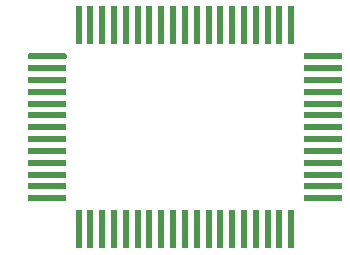
<source format=gbr>
%TF.GenerationSoftware,KiCad,Pcbnew,(5.1.10)-1*%
%TF.CreationDate,2023-11-11T20:16:55+01:00*%
%TF.ProjectId,tmp90x40-qfc2sdip,746d7039-3078-4343-902d-716663327364,rev?*%
%TF.SameCoordinates,Original*%
%TF.FileFunction,Paste,Top*%
%TF.FilePolarity,Positive*%
%FSLAX46Y46*%
G04 Gerber Fmt 4.6, Leading zero omitted, Abs format (unit mm)*
G04 Created by KiCad (PCBNEW (5.1.10)-1) date 2023-11-11 20:16:55*
%MOMM*%
%LPD*%
G01*
G04 APERTURE LIST*
%ADD10R,3.300000X0.500000*%
%ADD11R,0.500000X3.300000*%
G04 APERTURE END LIST*
D10*
%TO.C,U1*%
X97570000Y-107600000D03*
X97570000Y-106600000D03*
X97570000Y-105600000D03*
X97570000Y-104600000D03*
X97570000Y-103600000D03*
X97570000Y-102600000D03*
X97570000Y-101600000D03*
X97570000Y-100600000D03*
X97570000Y-99600000D03*
X97570000Y-98600000D03*
X97570000Y-97600000D03*
X97570000Y-96600000D03*
G36*
G01*
X99095000Y-95850000D02*
X96045000Y-95850000D01*
G75*
G02*
X95920000Y-95725000I0J125000D01*
G01*
X95920000Y-95475000D01*
G75*
G02*
X96045000Y-95350000I125000J0D01*
G01*
X99095000Y-95350000D01*
G75*
G02*
X99220000Y-95475000I0J-125000D01*
G01*
X99220000Y-95725000D01*
G75*
G02*
X99095000Y-95850000I-125000J0D01*
G01*
G37*
D11*
X103220000Y-92950000D03*
X104220000Y-92950000D03*
X105220000Y-92950000D03*
X106220000Y-92950000D03*
X107220000Y-92950000D03*
X108220000Y-92950000D03*
X109220000Y-92950000D03*
X110220000Y-92950000D03*
X111220000Y-92950000D03*
X112220000Y-92950000D03*
X113220000Y-92950000D03*
X114220000Y-92950000D03*
X115220000Y-92950000D03*
D10*
X120870000Y-95600000D03*
X120870000Y-96600000D03*
X120870000Y-97600000D03*
X120870000Y-98600000D03*
X120870000Y-99600000D03*
X120870000Y-100600000D03*
X120870000Y-101600000D03*
X120870000Y-102600000D03*
X120870000Y-103600000D03*
X120870000Y-104600000D03*
X120870000Y-105600000D03*
X120870000Y-106600000D03*
X120870000Y-107600000D03*
D11*
X115220000Y-110250000D03*
X114220000Y-110250000D03*
X113220000Y-110250000D03*
X112220000Y-110250000D03*
X111220000Y-110250000D03*
X110220000Y-110250000D03*
X109220000Y-110250000D03*
X108220000Y-110250000D03*
X107220000Y-110250000D03*
X106220000Y-110250000D03*
X105220000Y-110250000D03*
X104220000Y-110250000D03*
X103220000Y-110250000D03*
X102220000Y-110250000D03*
X100220000Y-110250000D03*
X101220000Y-110250000D03*
X116220000Y-110250000D03*
X117220000Y-110250000D03*
X118220000Y-110250000D03*
X101220000Y-92950000D03*
X102220000Y-92950000D03*
X100220000Y-92950000D03*
X117220000Y-92950000D03*
X116220000Y-92950000D03*
X118220000Y-92950000D03*
%TD*%
M02*

</source>
